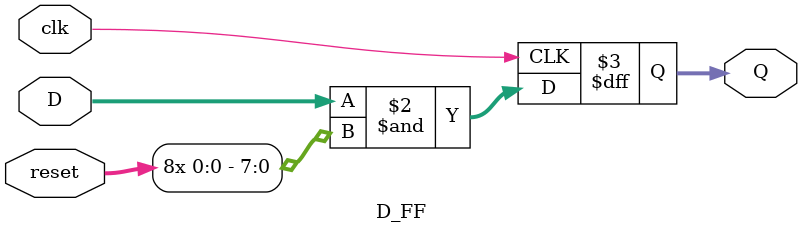
<source format=v>
module D_FF
	(
	input [7:0]D,
	input clk,
	input reset,
	output reg [7:0]Q
	);


always @(posedge clk)
begin
	Q <= D&{{8{reset}}};
end

endmodule

</source>
